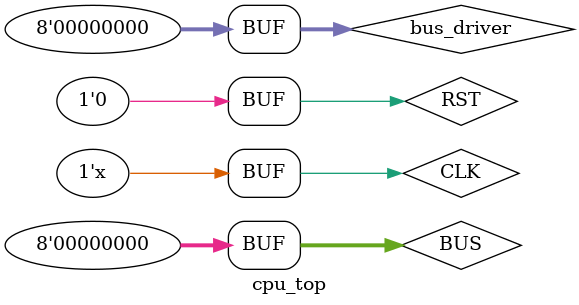
<source format=v>
module cpu_top();
	
reg CLK;
initial CLK <= 0;
always #50 CLK <= ~CLK;


reg [7:0] bus_driver;	
wire [7:0] BUS;

reg RST;
initial begin 
RST <= 0;
RST <= #100 1;
RST <= #200 0;
bus_driver = 8'b0;
end

assign BUS = bus_driver;

// instruction decoder's
wire pc_inc;
wire pc_load;
wire pc_enable;

wire mar_load;

wire ram_read;
wire ram_write;

wire in_bus;
wire out_bus;

wire reg_load_a;
wire reg_enable_a;

wire alu_enable;
wire c;
wire z;
wire sub;

wire reg_load_b;
wire reg_enable_b;

wire reg_load_o;


//between modules
wire [3:0] addr;

wire [3:0] decoder_data;

wire [7:0] out_data_a;

wire [7:0] out_data_b;

wire [7:0] out_data_o;

wire inc_a;
wire dec_a;

program_counter program_counter(
	.clk(CLK),
	.rst(RST),
	.pc_inc(pc_inc), 
	.pc_load(pc_load), 
	.pc_enable(pc_enable), 
	.bus(BUS),
	.pc_out()
);


mar memory_address_register(
	.mar_load(mar_load),
	.clk(CLK),
	.bus(BUS),
	.addr(addr)
);



ram ram(
	.ram_read(ram_read),
	.ram_write(ram_write),
	.addr(addr), 
	.bus(BUS),
	.clk(CLK)
);


instruction_register instruction_register(
	.rst(RST),
	.in_bus(in_bus),
	.clk(CLK),
	.out_bus(out_bus),	
	.bus_data(BUS),
	.decoder_data(decoder_data)
);



register register_a(
	.rst(RST),
	.reg_load(reg_load_a),	
	.clk(CLK),
	.reg_enable(reg_enable_a),	
	.bus_data(BUS),
	.out_data(out_data_a)	
);


alu alu(
.a(out_data_a),
.b(out_data_b),
.sub(sub), 
.alu_enable(alu_enable),
.result(BUS), 
.c(c), 
.z(z),
.inc_a(inc_a),
.dec_a(dec_a)
);


register register_b(
	.rst(RST),
	.reg_load(reg_load_b),	
	.clk(CLK),
	.reg_enable(reg_enable_b),	
	.bus_data(BUS),
	.out_data(out_data_b)	
);


output_register output_register(
  	.rst(RST),
	.reg_load(reg_load_o),	
	.clk(CLK),
	.bus_data(BUS),
	.out_data(out_data_o)
);



wire [1:0] step;
wire [1:0] steps_required;

instruction_decoder instruction_decoder(
    .opcode(decoder_data),
   	.c(c),    
    .z(z),    
    .reg_load_a(reg_load_a),
    .reg_enable_a(reg_enable_a),
    .reg_load_b(reg_load_b),
    .reg_enable_b(reg_enable_b),
    .alu_enable(alu_enable),
    .sub(sub),
    .reg_load_o(reg_load_o),
    .pc_inc(pc_inc),
    .pc_load(pc_load),
    .pc_enable(pc_enable),
    .ram_read(ram_read),
    .ram_write(ram_write),
    .mar_load(mar_load),
    .in_bus(in_bus),
    .out_bus(out_bus),
	.step(step),
	.steps_required(steps_required),
	.inc_a(inc_a),
	.dec_a(dec_a)
);


controller controller(
    .clk(CLK),
    .rst(RST),
    .steps_required(steps_required), 
    .step(step),           
	.pc_enable(pc_enable),
	.mar_load(mar_load),
	.ram_read(ram_read),
	.in_bus(in_bus)
);

endmodule
</source>
